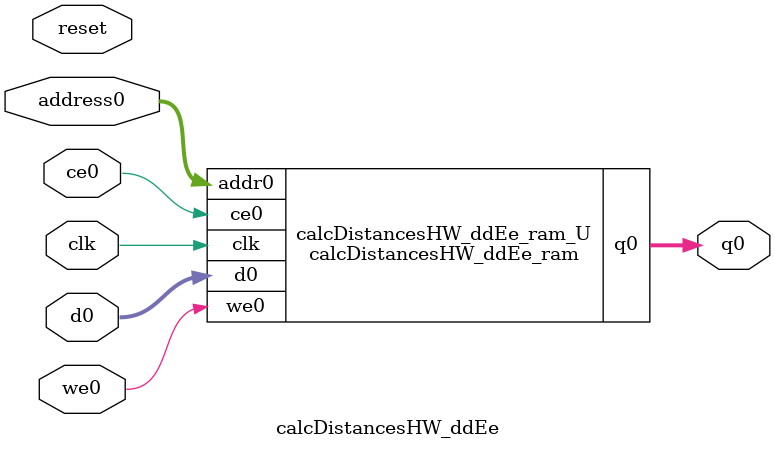
<source format=v>

`timescale 1 ns / 1 ps
module calcDistancesHW_ddEe_ram (addr0, ce0, d0, we0, q0,  clk);

parameter DWIDTH = 32;
parameter AWIDTH = 10;
parameter MEM_SIZE = 1024;

input[AWIDTH-1:0] addr0;
input ce0;
input[DWIDTH-1:0] d0;
input we0;
output reg[DWIDTH-1:0] q0;
input clk;

(* ram_style = "block" *)reg [DWIDTH-1:0] ram[MEM_SIZE-1:0];




always @(posedge clk)  
begin 
    if (ce0) 
    begin
        if (we0) 
        begin 
            ram[addr0] <= d0; 
            q0 <= d0;
        end 
        else 
            q0 <= ram[addr0];
    end
end


endmodule


`timescale 1 ns / 1 ps
module calcDistancesHW_ddEe(
    reset,
    clk,
    address0,
    ce0,
    we0,
    d0,
    q0);

parameter DataWidth = 32'd32;
parameter AddressRange = 32'd1024;
parameter AddressWidth = 32'd10;
input reset;
input clk;
input[AddressWidth - 1:0] address0;
input ce0;
input we0;
input[DataWidth - 1:0] d0;
output[DataWidth - 1:0] q0;



calcDistancesHW_ddEe_ram calcDistancesHW_ddEe_ram_U(
    .clk( clk ),
    .addr0( address0 ),
    .ce0( ce0 ),
    .d0( d0 ),
    .we0( we0 ),
    .q0( q0 ));

endmodule


</source>
